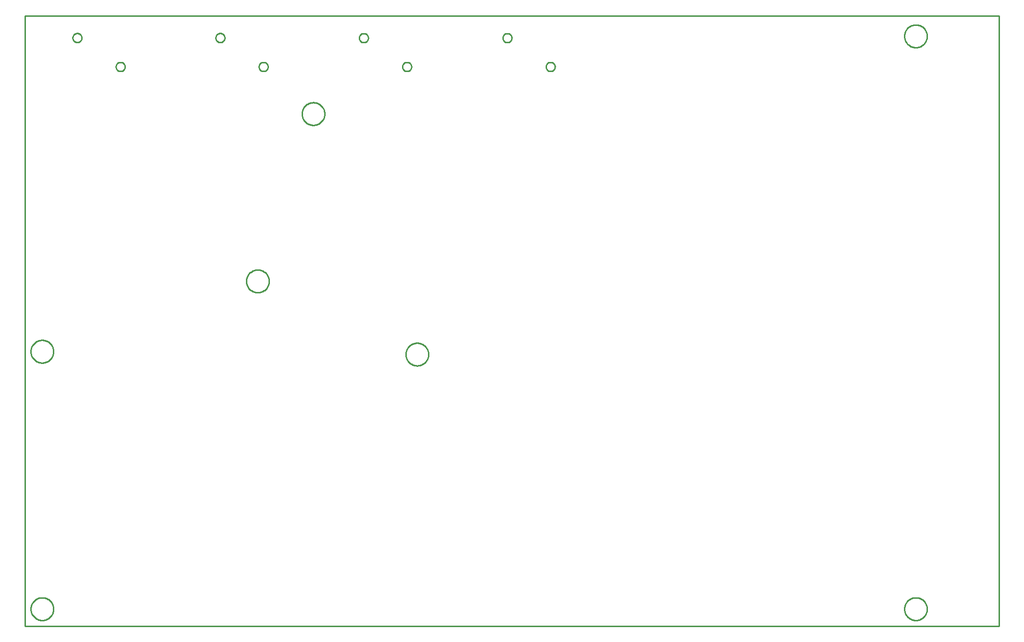
<source format=gbr>
G04 EAGLE Gerber RS-274X export*
G75*
%MOMM*%
%FSLAX34Y34*%
%LPD*%
%IN*%
%IPPOS*%
%AMOC8*
5,1,8,0,0,1.08239X$1,22.5*%
G01*
%ADD10C,0.254000*%


D10*
X0Y0D02*
X1717000Y0D01*
X1717000Y1076000D01*
X0Y1076000D01*
X0Y0D01*
X50000Y29396D02*
X49927Y28189D01*
X49781Y26989D01*
X49563Y25800D01*
X49274Y24627D01*
X48915Y23473D01*
X48486Y22343D01*
X47990Y21241D01*
X47428Y20170D01*
X46803Y19136D01*
X46116Y18141D01*
X45371Y17190D01*
X44569Y16285D01*
X43715Y15431D01*
X42810Y14629D01*
X41859Y13884D01*
X40864Y13197D01*
X39830Y12572D01*
X38759Y12010D01*
X37657Y11514D01*
X36527Y11085D01*
X35373Y10726D01*
X34200Y10437D01*
X33011Y10219D01*
X31811Y10073D01*
X30604Y10000D01*
X29396Y10000D01*
X28189Y10073D01*
X26989Y10219D01*
X25800Y10437D01*
X24627Y10726D01*
X23473Y11085D01*
X22343Y11514D01*
X21241Y12010D01*
X20170Y12572D01*
X19136Y13197D01*
X18141Y13884D01*
X17190Y14629D01*
X16285Y15431D01*
X15431Y16285D01*
X14629Y17190D01*
X13884Y18141D01*
X13197Y19136D01*
X12572Y20170D01*
X12010Y21241D01*
X11514Y22343D01*
X11085Y23473D01*
X10726Y24627D01*
X10437Y25800D01*
X10219Y26989D01*
X10073Y28189D01*
X10000Y29396D01*
X10000Y30604D01*
X10073Y31811D01*
X10219Y33011D01*
X10437Y34200D01*
X10726Y35373D01*
X11085Y36527D01*
X11514Y37657D01*
X12010Y38759D01*
X12572Y39830D01*
X13197Y40864D01*
X13884Y41859D01*
X14629Y42810D01*
X15431Y43715D01*
X16285Y44569D01*
X17190Y45371D01*
X18141Y46116D01*
X19136Y46803D01*
X20170Y47428D01*
X21241Y47990D01*
X22343Y48486D01*
X23473Y48915D01*
X24627Y49274D01*
X25800Y49563D01*
X26989Y49781D01*
X28189Y49927D01*
X29396Y50000D01*
X30604Y50000D01*
X31811Y49927D01*
X33011Y49781D01*
X34200Y49563D01*
X35373Y49274D01*
X36527Y48915D01*
X37657Y48486D01*
X38759Y47990D01*
X39830Y47428D01*
X40864Y46803D01*
X41859Y46116D01*
X42810Y45371D01*
X43715Y44569D01*
X44569Y43715D01*
X45371Y42810D01*
X46116Y41859D01*
X46803Y40864D01*
X47428Y39830D01*
X47990Y38759D01*
X48486Y37657D01*
X48915Y36527D01*
X49274Y35373D01*
X49563Y34200D01*
X49781Y33011D01*
X49927Y31811D01*
X50000Y30604D01*
X50000Y29396D01*
X1590000Y29396D02*
X1589927Y28189D01*
X1589781Y26989D01*
X1589563Y25800D01*
X1589274Y24627D01*
X1588915Y23473D01*
X1588486Y22343D01*
X1587990Y21241D01*
X1587428Y20170D01*
X1586803Y19136D01*
X1586116Y18141D01*
X1585371Y17190D01*
X1584569Y16285D01*
X1583715Y15431D01*
X1582810Y14629D01*
X1581859Y13884D01*
X1580864Y13197D01*
X1579830Y12572D01*
X1578759Y12010D01*
X1577657Y11514D01*
X1576527Y11085D01*
X1575373Y10726D01*
X1574200Y10437D01*
X1573011Y10219D01*
X1571811Y10073D01*
X1570604Y10000D01*
X1569396Y10000D01*
X1568189Y10073D01*
X1566989Y10219D01*
X1565800Y10437D01*
X1564627Y10726D01*
X1563473Y11085D01*
X1562343Y11514D01*
X1561241Y12010D01*
X1560170Y12572D01*
X1559136Y13197D01*
X1558141Y13884D01*
X1557190Y14629D01*
X1556285Y15431D01*
X1555431Y16285D01*
X1554629Y17190D01*
X1553884Y18141D01*
X1553197Y19136D01*
X1552572Y20170D01*
X1552010Y21241D01*
X1551514Y22343D01*
X1551085Y23473D01*
X1550726Y24627D01*
X1550437Y25800D01*
X1550219Y26989D01*
X1550073Y28189D01*
X1550000Y29396D01*
X1550000Y30604D01*
X1550073Y31811D01*
X1550219Y33011D01*
X1550437Y34200D01*
X1550726Y35373D01*
X1551085Y36527D01*
X1551514Y37657D01*
X1552010Y38759D01*
X1552572Y39830D01*
X1553197Y40864D01*
X1553884Y41859D01*
X1554629Y42810D01*
X1555431Y43715D01*
X1556285Y44569D01*
X1557190Y45371D01*
X1558141Y46116D01*
X1559136Y46803D01*
X1560170Y47428D01*
X1561241Y47990D01*
X1562343Y48486D01*
X1563473Y48915D01*
X1564627Y49274D01*
X1565800Y49563D01*
X1566989Y49781D01*
X1568189Y49927D01*
X1569396Y50000D01*
X1570604Y50000D01*
X1571811Y49927D01*
X1573011Y49781D01*
X1574200Y49563D01*
X1575373Y49274D01*
X1576527Y48915D01*
X1577657Y48486D01*
X1578759Y47990D01*
X1579830Y47428D01*
X1580864Y46803D01*
X1581859Y46116D01*
X1582810Y45371D01*
X1583715Y44569D01*
X1584569Y43715D01*
X1585371Y42810D01*
X1586116Y41859D01*
X1586803Y40864D01*
X1587428Y39830D01*
X1587990Y38759D01*
X1588486Y37657D01*
X1588915Y36527D01*
X1589274Y35373D01*
X1589563Y34200D01*
X1589781Y33011D01*
X1589927Y31811D01*
X1590000Y30604D01*
X1590000Y29396D01*
X711000Y478396D02*
X710927Y477189D01*
X710781Y475989D01*
X710563Y474800D01*
X710274Y473627D01*
X709915Y472473D01*
X709486Y471343D01*
X708990Y470241D01*
X708428Y469170D01*
X707803Y468136D01*
X707116Y467141D01*
X706371Y466190D01*
X705569Y465285D01*
X704715Y464431D01*
X703810Y463629D01*
X702859Y462884D01*
X701864Y462197D01*
X700830Y461572D01*
X699759Y461010D01*
X698657Y460514D01*
X697527Y460085D01*
X696373Y459726D01*
X695200Y459437D01*
X694011Y459219D01*
X692811Y459073D01*
X691604Y459000D01*
X690396Y459000D01*
X689189Y459073D01*
X687989Y459219D01*
X686800Y459437D01*
X685627Y459726D01*
X684473Y460085D01*
X683343Y460514D01*
X682241Y461010D01*
X681170Y461572D01*
X680136Y462197D01*
X679141Y462884D01*
X678190Y463629D01*
X677285Y464431D01*
X676431Y465285D01*
X675629Y466190D01*
X674884Y467141D01*
X674197Y468136D01*
X673572Y469170D01*
X673010Y470241D01*
X672514Y471343D01*
X672085Y472473D01*
X671726Y473627D01*
X671437Y474800D01*
X671219Y475989D01*
X671073Y477189D01*
X671000Y478396D01*
X671000Y479604D01*
X671073Y480811D01*
X671219Y482011D01*
X671437Y483200D01*
X671726Y484373D01*
X672085Y485527D01*
X672514Y486657D01*
X673010Y487759D01*
X673572Y488830D01*
X674197Y489864D01*
X674884Y490859D01*
X675629Y491810D01*
X676431Y492715D01*
X677285Y493569D01*
X678190Y494371D01*
X679141Y495116D01*
X680136Y495803D01*
X681170Y496428D01*
X682241Y496990D01*
X683343Y497486D01*
X684473Y497915D01*
X685627Y498274D01*
X686800Y498563D01*
X687989Y498781D01*
X689189Y498927D01*
X690396Y499000D01*
X691604Y499000D01*
X692811Y498927D01*
X694011Y498781D01*
X695200Y498563D01*
X696373Y498274D01*
X697527Y497915D01*
X698657Y497486D01*
X699759Y496990D01*
X700830Y496428D01*
X701864Y495803D01*
X702859Y495116D01*
X703810Y494371D01*
X704715Y493569D01*
X705569Y492715D01*
X706371Y491810D01*
X707116Y490859D01*
X707803Y489864D01*
X708428Y488830D01*
X708990Y487759D01*
X709486Y486657D01*
X709915Y485527D01*
X710274Y484373D01*
X710563Y483200D01*
X710781Y482011D01*
X710927Y480811D01*
X711000Y479604D01*
X711000Y478396D01*
X1590000Y1039396D02*
X1589927Y1038189D01*
X1589781Y1036989D01*
X1589563Y1035800D01*
X1589274Y1034627D01*
X1588915Y1033473D01*
X1588486Y1032343D01*
X1587990Y1031241D01*
X1587428Y1030170D01*
X1586803Y1029136D01*
X1586116Y1028141D01*
X1585371Y1027190D01*
X1584569Y1026285D01*
X1583715Y1025431D01*
X1582810Y1024629D01*
X1581859Y1023884D01*
X1580864Y1023197D01*
X1579830Y1022572D01*
X1578759Y1022010D01*
X1577657Y1021514D01*
X1576527Y1021085D01*
X1575373Y1020726D01*
X1574200Y1020437D01*
X1573011Y1020219D01*
X1571811Y1020073D01*
X1570604Y1020000D01*
X1569396Y1020000D01*
X1568189Y1020073D01*
X1566989Y1020219D01*
X1565800Y1020437D01*
X1564627Y1020726D01*
X1563473Y1021085D01*
X1562343Y1021514D01*
X1561241Y1022010D01*
X1560170Y1022572D01*
X1559136Y1023197D01*
X1558141Y1023884D01*
X1557190Y1024629D01*
X1556285Y1025431D01*
X1555431Y1026285D01*
X1554629Y1027190D01*
X1553884Y1028141D01*
X1553197Y1029136D01*
X1552572Y1030170D01*
X1552010Y1031241D01*
X1551514Y1032343D01*
X1551085Y1033473D01*
X1550726Y1034627D01*
X1550437Y1035800D01*
X1550219Y1036989D01*
X1550073Y1038189D01*
X1550000Y1039396D01*
X1550000Y1040604D01*
X1550073Y1041811D01*
X1550219Y1043011D01*
X1550437Y1044200D01*
X1550726Y1045373D01*
X1551085Y1046527D01*
X1551514Y1047657D01*
X1552010Y1048759D01*
X1552572Y1049830D01*
X1553197Y1050864D01*
X1553884Y1051859D01*
X1554629Y1052810D01*
X1555431Y1053715D01*
X1556285Y1054569D01*
X1557190Y1055371D01*
X1558141Y1056116D01*
X1559136Y1056803D01*
X1560170Y1057428D01*
X1561241Y1057990D01*
X1562343Y1058486D01*
X1563473Y1058915D01*
X1564627Y1059274D01*
X1565800Y1059563D01*
X1566989Y1059781D01*
X1568189Y1059927D01*
X1569396Y1060000D01*
X1570604Y1060000D01*
X1571811Y1059927D01*
X1573011Y1059781D01*
X1574200Y1059563D01*
X1575373Y1059274D01*
X1576527Y1058915D01*
X1577657Y1058486D01*
X1578759Y1057990D01*
X1579830Y1057428D01*
X1580864Y1056803D01*
X1581859Y1056116D01*
X1582810Y1055371D01*
X1583715Y1054569D01*
X1584569Y1053715D01*
X1585371Y1052810D01*
X1586116Y1051859D01*
X1586803Y1050864D01*
X1587428Y1049830D01*
X1587990Y1048759D01*
X1588486Y1047657D01*
X1588915Y1046527D01*
X1589274Y1045373D01*
X1589563Y1044200D01*
X1589781Y1043011D01*
X1589927Y1041811D01*
X1590000Y1040604D01*
X1590000Y1039396D01*
X528000Y902396D02*
X527927Y901189D01*
X527781Y899989D01*
X527563Y898800D01*
X527274Y897627D01*
X526915Y896473D01*
X526486Y895343D01*
X525990Y894241D01*
X525428Y893170D01*
X524803Y892136D01*
X524116Y891141D01*
X523371Y890190D01*
X522569Y889285D01*
X521715Y888431D01*
X520810Y887629D01*
X519859Y886884D01*
X518864Y886197D01*
X517830Y885572D01*
X516759Y885010D01*
X515657Y884514D01*
X514527Y884085D01*
X513373Y883726D01*
X512200Y883437D01*
X511011Y883219D01*
X509811Y883073D01*
X508604Y883000D01*
X507396Y883000D01*
X506189Y883073D01*
X504989Y883219D01*
X503800Y883437D01*
X502627Y883726D01*
X501473Y884085D01*
X500343Y884514D01*
X499241Y885010D01*
X498170Y885572D01*
X497136Y886197D01*
X496141Y886884D01*
X495190Y887629D01*
X494285Y888431D01*
X493431Y889285D01*
X492629Y890190D01*
X491884Y891141D01*
X491197Y892136D01*
X490572Y893170D01*
X490010Y894241D01*
X489514Y895343D01*
X489085Y896473D01*
X488726Y897627D01*
X488437Y898800D01*
X488219Y899989D01*
X488073Y901189D01*
X488000Y902396D01*
X488000Y903604D01*
X488073Y904811D01*
X488219Y906011D01*
X488437Y907200D01*
X488726Y908373D01*
X489085Y909527D01*
X489514Y910657D01*
X490010Y911759D01*
X490572Y912830D01*
X491197Y913864D01*
X491884Y914859D01*
X492629Y915810D01*
X493431Y916715D01*
X494285Y917569D01*
X495190Y918371D01*
X496141Y919116D01*
X497136Y919803D01*
X498170Y920428D01*
X499241Y920990D01*
X500343Y921486D01*
X501473Y921915D01*
X502627Y922274D01*
X503800Y922563D01*
X504989Y922781D01*
X506189Y922927D01*
X507396Y923000D01*
X508604Y923000D01*
X509811Y922927D01*
X511011Y922781D01*
X512200Y922563D01*
X513373Y922274D01*
X514527Y921915D01*
X515657Y921486D01*
X516759Y920990D01*
X517830Y920428D01*
X518864Y919803D01*
X519859Y919116D01*
X520810Y918371D01*
X521715Y917569D01*
X522569Y916715D01*
X523371Y915810D01*
X524116Y914859D01*
X524803Y913864D01*
X525428Y912830D01*
X525990Y911759D01*
X526486Y910657D01*
X526915Y909527D01*
X527274Y908373D01*
X527563Y907200D01*
X527781Y906011D01*
X527927Y904811D01*
X528000Y903604D01*
X528000Y902396D01*
X430000Y607396D02*
X429927Y606189D01*
X429781Y604989D01*
X429563Y603800D01*
X429274Y602627D01*
X428915Y601473D01*
X428486Y600343D01*
X427990Y599241D01*
X427428Y598170D01*
X426803Y597136D01*
X426116Y596141D01*
X425371Y595190D01*
X424569Y594285D01*
X423715Y593431D01*
X422810Y592629D01*
X421859Y591884D01*
X420864Y591197D01*
X419830Y590572D01*
X418759Y590010D01*
X417657Y589514D01*
X416527Y589085D01*
X415373Y588726D01*
X414200Y588437D01*
X413011Y588219D01*
X411811Y588073D01*
X410604Y588000D01*
X409396Y588000D01*
X408189Y588073D01*
X406989Y588219D01*
X405800Y588437D01*
X404627Y588726D01*
X403473Y589085D01*
X402343Y589514D01*
X401241Y590010D01*
X400170Y590572D01*
X399136Y591197D01*
X398141Y591884D01*
X397190Y592629D01*
X396285Y593431D01*
X395431Y594285D01*
X394629Y595190D01*
X393884Y596141D01*
X393197Y597136D01*
X392572Y598170D01*
X392010Y599241D01*
X391514Y600343D01*
X391085Y601473D01*
X390726Y602627D01*
X390437Y603800D01*
X390219Y604989D01*
X390073Y606189D01*
X390000Y607396D01*
X390000Y608604D01*
X390073Y609811D01*
X390219Y611011D01*
X390437Y612200D01*
X390726Y613373D01*
X391085Y614527D01*
X391514Y615657D01*
X392010Y616759D01*
X392572Y617830D01*
X393197Y618864D01*
X393884Y619859D01*
X394629Y620810D01*
X395431Y621715D01*
X396285Y622569D01*
X397190Y623371D01*
X398141Y624116D01*
X399136Y624803D01*
X400170Y625428D01*
X401241Y625990D01*
X402343Y626486D01*
X403473Y626915D01*
X404627Y627274D01*
X405800Y627563D01*
X406989Y627781D01*
X408189Y627927D01*
X409396Y628000D01*
X410604Y628000D01*
X411811Y627927D01*
X413011Y627781D01*
X414200Y627563D01*
X415373Y627274D01*
X416527Y626915D01*
X417657Y626486D01*
X418759Y625990D01*
X419830Y625428D01*
X420864Y624803D01*
X421859Y624116D01*
X422810Y623371D01*
X423715Y622569D01*
X424569Y621715D01*
X425371Y620810D01*
X426116Y619859D01*
X426803Y618864D01*
X427428Y617830D01*
X427990Y616759D01*
X428486Y615657D01*
X428915Y614527D01*
X429274Y613373D01*
X429563Y612200D01*
X429781Y611011D01*
X429927Y609811D01*
X430000Y608604D01*
X430000Y607396D01*
X50000Y483396D02*
X49927Y482189D01*
X49781Y480989D01*
X49563Y479800D01*
X49274Y478627D01*
X48915Y477473D01*
X48486Y476343D01*
X47990Y475241D01*
X47428Y474170D01*
X46803Y473136D01*
X46116Y472141D01*
X45371Y471190D01*
X44569Y470285D01*
X43715Y469431D01*
X42810Y468629D01*
X41859Y467884D01*
X40864Y467197D01*
X39830Y466572D01*
X38759Y466010D01*
X37657Y465514D01*
X36527Y465085D01*
X35373Y464726D01*
X34200Y464437D01*
X33011Y464219D01*
X31811Y464073D01*
X30604Y464000D01*
X29396Y464000D01*
X28189Y464073D01*
X26989Y464219D01*
X25800Y464437D01*
X24627Y464726D01*
X23473Y465085D01*
X22343Y465514D01*
X21241Y466010D01*
X20170Y466572D01*
X19136Y467197D01*
X18141Y467884D01*
X17190Y468629D01*
X16285Y469431D01*
X15431Y470285D01*
X14629Y471190D01*
X13884Y472141D01*
X13197Y473136D01*
X12572Y474170D01*
X12010Y475241D01*
X11514Y476343D01*
X11085Y477473D01*
X10726Y478627D01*
X10437Y479800D01*
X10219Y480989D01*
X10073Y482189D01*
X10000Y483396D01*
X10000Y484604D01*
X10073Y485811D01*
X10219Y487011D01*
X10437Y488200D01*
X10726Y489373D01*
X11085Y490527D01*
X11514Y491657D01*
X12010Y492759D01*
X12572Y493830D01*
X13197Y494864D01*
X13884Y495859D01*
X14629Y496810D01*
X15431Y497715D01*
X16285Y498569D01*
X17190Y499371D01*
X18141Y500116D01*
X19136Y500803D01*
X20170Y501428D01*
X21241Y501990D01*
X22343Y502486D01*
X23473Y502915D01*
X24627Y503274D01*
X25800Y503563D01*
X26989Y503781D01*
X28189Y503927D01*
X29396Y504000D01*
X30604Y504000D01*
X31811Y503927D01*
X33011Y503781D01*
X34200Y503563D01*
X35373Y503274D01*
X36527Y502915D01*
X37657Y502486D01*
X38759Y501990D01*
X39830Y501428D01*
X40864Y500803D01*
X41859Y500116D01*
X42810Y499371D01*
X43715Y498569D01*
X44569Y497715D01*
X45371Y496810D01*
X46116Y495859D01*
X46803Y494864D01*
X47428Y493830D01*
X47990Y492759D01*
X48486Y491657D01*
X48915Y490527D01*
X49274Y489373D01*
X49563Y488200D01*
X49781Y487011D01*
X49927Y485811D01*
X50000Y484604D01*
X50000Y483396D01*
X604900Y1036507D02*
X604823Y1035725D01*
X604670Y1034954D01*
X604441Y1034202D01*
X604141Y1033475D01*
X603770Y1032782D01*
X603333Y1032129D01*
X602835Y1031521D01*
X602279Y1030965D01*
X601671Y1030467D01*
X601018Y1030030D01*
X600325Y1029659D01*
X599598Y1029359D01*
X598846Y1029130D01*
X598075Y1028977D01*
X597293Y1028900D01*
X596507Y1028900D01*
X595725Y1028977D01*
X594954Y1029130D01*
X594202Y1029359D01*
X593475Y1029659D01*
X592782Y1030030D01*
X592129Y1030467D01*
X591521Y1030965D01*
X590965Y1031521D01*
X590467Y1032129D01*
X590030Y1032782D01*
X589659Y1033475D01*
X589359Y1034202D01*
X589130Y1034954D01*
X588977Y1035725D01*
X588900Y1036507D01*
X588900Y1037293D01*
X588977Y1038075D01*
X589130Y1038846D01*
X589359Y1039598D01*
X589659Y1040325D01*
X590030Y1041018D01*
X590467Y1041671D01*
X590965Y1042279D01*
X591521Y1042835D01*
X592129Y1043333D01*
X592782Y1043770D01*
X593475Y1044141D01*
X594202Y1044441D01*
X594954Y1044670D01*
X595725Y1044823D01*
X596507Y1044900D01*
X597293Y1044900D01*
X598075Y1044823D01*
X598846Y1044670D01*
X599598Y1044441D01*
X600325Y1044141D01*
X601018Y1043770D01*
X601671Y1043333D01*
X602279Y1042835D01*
X602835Y1042279D01*
X603333Y1041671D01*
X603770Y1041018D01*
X604141Y1040325D01*
X604441Y1039598D01*
X604670Y1038846D01*
X604823Y1038075D01*
X604900Y1037293D01*
X604900Y1036507D01*
X681100Y985707D02*
X681023Y984925D01*
X680870Y984154D01*
X680641Y983402D01*
X680341Y982675D01*
X679970Y981982D01*
X679533Y981329D01*
X679035Y980721D01*
X678479Y980165D01*
X677871Y979667D01*
X677218Y979230D01*
X676525Y978859D01*
X675798Y978559D01*
X675046Y978330D01*
X674275Y978177D01*
X673493Y978100D01*
X672707Y978100D01*
X671925Y978177D01*
X671154Y978330D01*
X670402Y978559D01*
X669675Y978859D01*
X668982Y979230D01*
X668329Y979667D01*
X667721Y980165D01*
X667165Y980721D01*
X666667Y981329D01*
X666230Y981982D01*
X665859Y982675D01*
X665559Y983402D01*
X665330Y984154D01*
X665177Y984925D01*
X665100Y985707D01*
X665100Y986493D01*
X665177Y987275D01*
X665330Y988046D01*
X665559Y988798D01*
X665859Y989525D01*
X666230Y990218D01*
X666667Y990871D01*
X667165Y991479D01*
X667721Y992035D01*
X668329Y992533D01*
X668982Y992970D01*
X669675Y993341D01*
X670402Y993641D01*
X671154Y993870D01*
X671925Y994023D01*
X672707Y994100D01*
X673493Y994100D01*
X674275Y994023D01*
X675046Y993870D01*
X675798Y993641D01*
X676525Y993341D01*
X677218Y992970D01*
X677871Y992533D01*
X678479Y992035D01*
X679035Y991479D01*
X679533Y990871D01*
X679970Y990218D01*
X680341Y989525D01*
X680641Y988798D01*
X680870Y988046D01*
X681023Y987275D01*
X681100Y986493D01*
X681100Y985707D01*
X99900Y1036607D02*
X99823Y1035825D01*
X99670Y1035054D01*
X99441Y1034302D01*
X99141Y1033575D01*
X98770Y1032882D01*
X98333Y1032229D01*
X97835Y1031621D01*
X97279Y1031065D01*
X96671Y1030567D01*
X96018Y1030130D01*
X95325Y1029759D01*
X94598Y1029459D01*
X93846Y1029230D01*
X93075Y1029077D01*
X92293Y1029000D01*
X91507Y1029000D01*
X90725Y1029077D01*
X89954Y1029230D01*
X89202Y1029459D01*
X88475Y1029759D01*
X87782Y1030130D01*
X87129Y1030567D01*
X86521Y1031065D01*
X85965Y1031621D01*
X85467Y1032229D01*
X85030Y1032882D01*
X84659Y1033575D01*
X84359Y1034302D01*
X84130Y1035054D01*
X83977Y1035825D01*
X83900Y1036607D01*
X83900Y1037393D01*
X83977Y1038175D01*
X84130Y1038946D01*
X84359Y1039698D01*
X84659Y1040425D01*
X85030Y1041118D01*
X85467Y1041771D01*
X85965Y1042379D01*
X86521Y1042935D01*
X87129Y1043433D01*
X87782Y1043870D01*
X88475Y1044241D01*
X89202Y1044541D01*
X89954Y1044770D01*
X90725Y1044923D01*
X91507Y1045000D01*
X92293Y1045000D01*
X93075Y1044923D01*
X93846Y1044770D01*
X94598Y1044541D01*
X95325Y1044241D01*
X96018Y1043870D01*
X96671Y1043433D01*
X97279Y1042935D01*
X97835Y1042379D01*
X98333Y1041771D01*
X98770Y1041118D01*
X99141Y1040425D01*
X99441Y1039698D01*
X99670Y1038946D01*
X99823Y1038175D01*
X99900Y1037393D01*
X99900Y1036607D01*
X176100Y985707D02*
X176023Y984925D01*
X175870Y984154D01*
X175641Y983402D01*
X175341Y982675D01*
X174970Y981982D01*
X174533Y981329D01*
X174035Y980721D01*
X173479Y980165D01*
X172871Y979667D01*
X172218Y979230D01*
X171525Y978859D01*
X170798Y978559D01*
X170046Y978330D01*
X169275Y978177D01*
X168493Y978100D01*
X167707Y978100D01*
X166925Y978177D01*
X166154Y978330D01*
X165402Y978559D01*
X164675Y978859D01*
X163982Y979230D01*
X163329Y979667D01*
X162721Y980165D01*
X162165Y980721D01*
X161667Y981329D01*
X161230Y981982D01*
X160859Y982675D01*
X160559Y983402D01*
X160330Y984154D01*
X160177Y984925D01*
X160100Y985707D01*
X160100Y986493D01*
X160177Y987275D01*
X160330Y988046D01*
X160559Y988798D01*
X160859Y989525D01*
X161230Y990218D01*
X161667Y990871D01*
X162165Y991479D01*
X162721Y992035D01*
X163329Y992533D01*
X163982Y992970D01*
X164675Y993341D01*
X165402Y993641D01*
X166154Y993870D01*
X166925Y994023D01*
X167707Y994100D01*
X168493Y994100D01*
X169275Y994023D01*
X170046Y993870D01*
X170798Y993641D01*
X171525Y993341D01*
X172218Y992970D01*
X172871Y992533D01*
X173479Y992035D01*
X174035Y991479D01*
X174533Y990871D01*
X174970Y990218D01*
X175341Y989525D01*
X175641Y988798D01*
X175870Y988046D01*
X176023Y987275D01*
X176100Y986493D01*
X176100Y985707D01*
X857900Y1036507D02*
X857823Y1035725D01*
X857670Y1034954D01*
X857441Y1034202D01*
X857141Y1033475D01*
X856770Y1032782D01*
X856333Y1032129D01*
X855835Y1031521D01*
X855279Y1030965D01*
X854671Y1030467D01*
X854018Y1030030D01*
X853325Y1029659D01*
X852598Y1029359D01*
X851846Y1029130D01*
X851075Y1028977D01*
X850293Y1028900D01*
X849507Y1028900D01*
X848725Y1028977D01*
X847954Y1029130D01*
X847202Y1029359D01*
X846475Y1029659D01*
X845782Y1030030D01*
X845129Y1030467D01*
X844521Y1030965D01*
X843965Y1031521D01*
X843467Y1032129D01*
X843030Y1032782D01*
X842659Y1033475D01*
X842359Y1034202D01*
X842130Y1034954D01*
X841977Y1035725D01*
X841900Y1036507D01*
X841900Y1037293D01*
X841977Y1038075D01*
X842130Y1038846D01*
X842359Y1039598D01*
X842659Y1040325D01*
X843030Y1041018D01*
X843467Y1041671D01*
X843965Y1042279D01*
X844521Y1042835D01*
X845129Y1043333D01*
X845782Y1043770D01*
X846475Y1044141D01*
X847202Y1044441D01*
X847954Y1044670D01*
X848725Y1044823D01*
X849507Y1044900D01*
X850293Y1044900D01*
X851075Y1044823D01*
X851846Y1044670D01*
X852598Y1044441D01*
X853325Y1044141D01*
X854018Y1043770D01*
X854671Y1043333D01*
X855279Y1042835D01*
X855835Y1042279D01*
X856333Y1041671D01*
X856770Y1041018D01*
X857141Y1040325D01*
X857441Y1039598D01*
X857670Y1038846D01*
X857823Y1038075D01*
X857900Y1037293D01*
X857900Y1036507D01*
X934100Y985707D02*
X934023Y984925D01*
X933870Y984154D01*
X933641Y983402D01*
X933341Y982675D01*
X932970Y981982D01*
X932533Y981329D01*
X932035Y980721D01*
X931479Y980165D01*
X930871Y979667D01*
X930218Y979230D01*
X929525Y978859D01*
X928798Y978559D01*
X928046Y978330D01*
X927275Y978177D01*
X926493Y978100D01*
X925707Y978100D01*
X924925Y978177D01*
X924154Y978330D01*
X923402Y978559D01*
X922675Y978859D01*
X921982Y979230D01*
X921329Y979667D01*
X920721Y980165D01*
X920165Y980721D01*
X919667Y981329D01*
X919230Y981982D01*
X918859Y982675D01*
X918559Y983402D01*
X918330Y984154D01*
X918177Y984925D01*
X918100Y985707D01*
X918100Y986493D01*
X918177Y987275D01*
X918330Y988046D01*
X918559Y988798D01*
X918859Y989525D01*
X919230Y990218D01*
X919667Y990871D01*
X920165Y991479D01*
X920721Y992035D01*
X921329Y992533D01*
X921982Y992970D01*
X922675Y993341D01*
X923402Y993641D01*
X924154Y993870D01*
X924925Y994023D01*
X925707Y994100D01*
X926493Y994100D01*
X927275Y994023D01*
X928046Y993870D01*
X928798Y993641D01*
X929525Y993341D01*
X930218Y992970D01*
X930871Y992533D01*
X931479Y992035D01*
X932035Y991479D01*
X932533Y990871D01*
X932970Y990218D01*
X933341Y989525D01*
X933641Y988798D01*
X933870Y988046D01*
X934023Y987275D01*
X934100Y986493D01*
X934100Y985707D01*
X351900Y1036607D02*
X351823Y1035825D01*
X351670Y1035054D01*
X351441Y1034302D01*
X351141Y1033575D01*
X350770Y1032882D01*
X350333Y1032229D01*
X349835Y1031621D01*
X349279Y1031065D01*
X348671Y1030567D01*
X348018Y1030130D01*
X347325Y1029759D01*
X346598Y1029459D01*
X345846Y1029230D01*
X345075Y1029077D01*
X344293Y1029000D01*
X343507Y1029000D01*
X342725Y1029077D01*
X341954Y1029230D01*
X341202Y1029459D01*
X340475Y1029759D01*
X339782Y1030130D01*
X339129Y1030567D01*
X338521Y1031065D01*
X337965Y1031621D01*
X337467Y1032229D01*
X337030Y1032882D01*
X336659Y1033575D01*
X336359Y1034302D01*
X336130Y1035054D01*
X335977Y1035825D01*
X335900Y1036607D01*
X335900Y1037393D01*
X335977Y1038175D01*
X336130Y1038946D01*
X336359Y1039698D01*
X336659Y1040425D01*
X337030Y1041118D01*
X337467Y1041771D01*
X337965Y1042379D01*
X338521Y1042935D01*
X339129Y1043433D01*
X339782Y1043870D01*
X340475Y1044241D01*
X341202Y1044541D01*
X341954Y1044770D01*
X342725Y1044923D01*
X343507Y1045000D01*
X344293Y1045000D01*
X345075Y1044923D01*
X345846Y1044770D01*
X346598Y1044541D01*
X347325Y1044241D01*
X348018Y1043870D01*
X348671Y1043433D01*
X349279Y1042935D01*
X349835Y1042379D01*
X350333Y1041771D01*
X350770Y1041118D01*
X351141Y1040425D01*
X351441Y1039698D01*
X351670Y1038946D01*
X351823Y1038175D01*
X351900Y1037393D01*
X351900Y1036607D01*
X428100Y985707D02*
X428023Y984925D01*
X427870Y984154D01*
X427641Y983402D01*
X427341Y982675D01*
X426970Y981982D01*
X426533Y981329D01*
X426035Y980721D01*
X425479Y980165D01*
X424871Y979667D01*
X424218Y979230D01*
X423525Y978859D01*
X422798Y978559D01*
X422046Y978330D01*
X421275Y978177D01*
X420493Y978100D01*
X419707Y978100D01*
X418925Y978177D01*
X418154Y978330D01*
X417402Y978559D01*
X416675Y978859D01*
X415982Y979230D01*
X415329Y979667D01*
X414721Y980165D01*
X414165Y980721D01*
X413667Y981329D01*
X413230Y981982D01*
X412859Y982675D01*
X412559Y983402D01*
X412330Y984154D01*
X412177Y984925D01*
X412100Y985707D01*
X412100Y986493D01*
X412177Y987275D01*
X412330Y988046D01*
X412559Y988798D01*
X412859Y989525D01*
X413230Y990218D01*
X413667Y990871D01*
X414165Y991479D01*
X414721Y992035D01*
X415329Y992533D01*
X415982Y992970D01*
X416675Y993341D01*
X417402Y993641D01*
X418154Y993870D01*
X418925Y994023D01*
X419707Y994100D01*
X420493Y994100D01*
X421275Y994023D01*
X422046Y993870D01*
X422798Y993641D01*
X423525Y993341D01*
X424218Y992970D01*
X424871Y992533D01*
X425479Y992035D01*
X426035Y991479D01*
X426533Y990871D01*
X426970Y990218D01*
X427341Y989525D01*
X427641Y988798D01*
X427870Y988046D01*
X428023Y987275D01*
X428100Y986493D01*
X428100Y985707D01*
M02*

</source>
